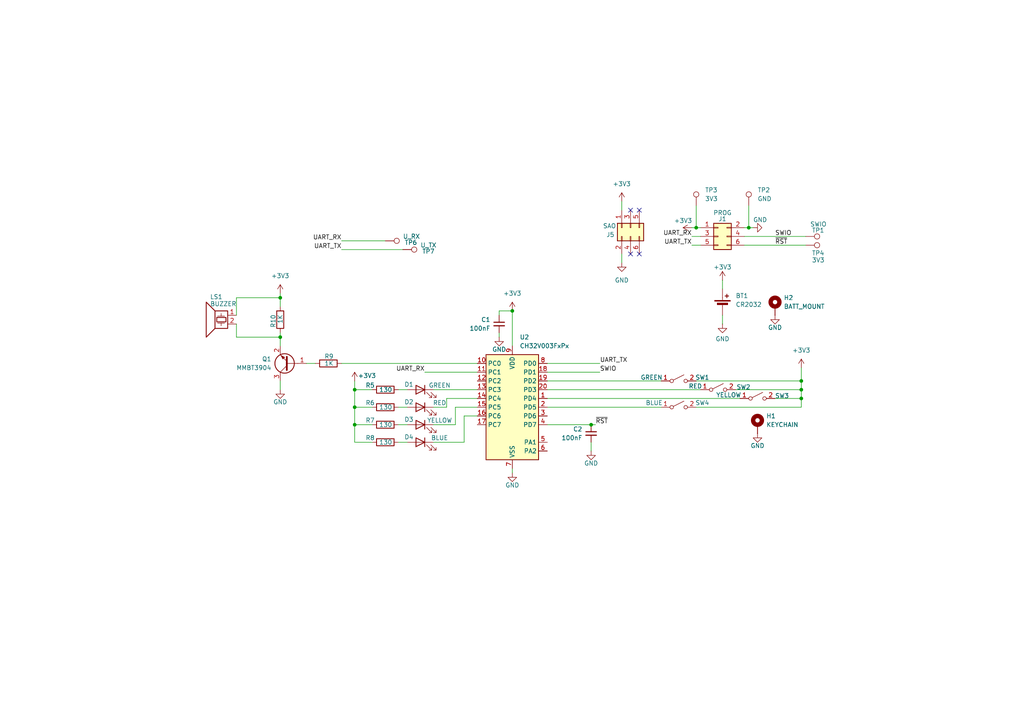
<source format=kicad_sch>
(kicad_sch (version 20250114) (generator "eeschema") (generator_version "9.0")
  (paper "A4")
  (lib_symbols
    (symbol "Connector:TestPoint" (pin_numbers (hide yes)) (pin_names (offset 0.762) (hide yes))
      (property "Reference" "TP" (at 0 6.858 0))
      (property "Value" "TestPoint" (at 0 5.08 0))
      (symbol "TestPoint_0_1"
        (circle (center 0 3.302) (radius 0.762))
      )
      (symbol "TestPoint_1_1"
        (pin passive line (at 0 0 90) (length 2.54) (name "1") (number "1"))
      )
    )
    (symbol "Connector_Generic:Conn_02x03_Odd_Even" (pin_names (offset 1.016) (hide yes))
      (property "Reference" "J" (at 1.27 5.08 0))
      (property "Value" "Conn_02x03_Odd_Even" (at 1.27 -5.08 0))
      (symbol "Conn_02x03_Odd_Even_1_1"
        (rectangle (start -1.27 3.81) (end 3.81 -3.81) (stroke (width 0.254)) (fill (type background)))
        (rectangle (start -1.27 2.667) (end 0 2.413) (stroke (width 0.1524)))
        (rectangle (start -1.27 0.127) (end 0 -0.127) (stroke (width 0.1524)))
        (rectangle (start -1.27 -2.413) (end 0 -2.667) (stroke (width 0.1524)))
        (rectangle (start 3.81 2.667) (end 2.54 2.413) (stroke (width 0.1524)))
        (rectangle (start 3.81 0.127) (end 2.54 -0.127) (stroke (width 0.1524)))
        (rectangle (start 3.81 -2.413) (end 2.54 -2.667) (stroke (width 0.1524)))
        (pin passive line (at -5.08 2.54 0) (length 3.81) (name "Pin_1") (number "1"))
        (pin passive line (at -5.08 0 0) (length 3.81) (name "Pin_3") (number "3"))
        (pin passive line (at -5.08 -2.54 0) (length 3.81) (name "Pin_5") (number "5"))
        (pin passive line (at 7.62 2.54 180) (length 3.81) (name "Pin_2") (number "2"))
        (pin passive line (at 7.62 0 180) (length 3.81) (name "Pin_4") (number "4"))
        (pin passive line (at 7.62 -2.54 180) (length 3.81) (name "Pin_6") (number "6"))
      )
    )
    (symbol "Device:Battery_Cell" (pin_numbers (hide yes)) (pin_names (offset 0) (hide yes))
      (property "Reference" "BT" (at 2.54 2.54 0))
      (property "Value" "Battery_Cell" (at 2.54 0 0))
      (symbol "Battery_Cell_0_1"
        (rectangle (start -2.286 1.778) (end 2.286 1.524) (fill (type outline)))
        (rectangle (start -1.524 1.016) (end 1.524 0.508) (fill (type outline)))
        (polyline (pts (xy 0 1.778) (xy 0 2.54)))
        (polyline (pts (xy 0 0.762) (xy 0 0)))
        (polyline (pts (xy 0.762 3.048) (xy 1.778 3.048)) (stroke (width 0.254)))
        (polyline (pts (xy 1.27 3.556) (xy 1.27 2.54)) (stroke (width 0.254)))
      )
      (symbol "Battery_Cell_1_1"
        (pin passive line (at 0 5.08 270) (length 2.54) (name "+") (number "1"))
        (pin passive line (at 0 -2.54 90) (length 2.54) (name "-") (number "2"))
      )
    )
    (symbol "Device:C_Small" (pin_numbers (hide yes)) (pin_names (offset 0.254) (hide yes))
      (property "Reference" "C" (at 0.254 1.778 0))
      (property "Value" "C_Small" (at 0.254 -2.032 0))
      (symbol "C_Small_0_1"
        (polyline (pts (xy -1.524 0.508) (xy 1.524 0.508)) (stroke (width 0.3048)))
        (polyline (pts (xy -1.524 -0.508) (xy 1.524 -0.508)) (stroke (width 0.3302)))
      )
      (symbol "C_Small_1_1"
        (pin passive line (at 0 2.54 270) (length 2.032) (name "~") (number "1"))
        (pin passive line (at 0 -2.54 90) (length 2.032) (name "~") (number "2"))
      )
    )
    (symbol "Device:LED" (pin_numbers (hide yes)) (pin_names (offset 1.016) (hide yes))
      (property "Reference" "D" (at 0 2.54 0))
      (property "Value" "LED" (at 0 -2.54 0))
      (symbol "LED_0_1"
        (polyline (pts (xy -3.048 -0.762) (xy -4.572 -2.286) (xy -3.81 -2.286) (xy -4.572 -2.286) (xy -4.572 -1.524)))
        (polyline (pts (xy -1.778 -0.762) (xy -3.302 -2.286) (xy -2.54 -2.286) (xy -3.302 -2.286) (xy -3.302 -1.524)))
        (polyline (pts (xy -1.27 0) (xy 1.27 0)))
        (polyline (pts (xy -1.27 -1.27) (xy -1.27 1.27)) (stroke (width 0.254)))
        (polyline (pts (xy 1.27 -1.27) (xy 1.27 1.27) (xy -1.27 0) (xy 1.27 -1.27)) (stroke (width 0.254)))
      )
      (symbol "LED_1_1"
        (pin passive line (at -3.81 0 0) (length 2.54) (name "K") (number "1"))
        (pin passive line (at 3.81 0 180) (length 2.54) (name "A") (number "2"))
      )
    )
    (symbol "Device:R" (pin_numbers (hide yes)) (pin_names (offset 0))
      (property "Reference" "R" (at 2.032 0 90))
      (property "Value" "R" (at 0 0 90))
      (symbol "R_0_1"
        (rectangle (start -1.016 -2.54) (end 1.016 2.54) (stroke (width 0.254)))
      )
      (symbol "R_1_1"
        (pin passive line (at 0 3.81 270) (length 1.27) (name "~") (number "1"))
        (pin passive line (at 0 -3.81 90) (length 1.27) (name "~") (number "2"))
      )
    )
    (symbol "Device:Speaker_Crystal" (pin_names (offset 0) (hide yes))
      (property "Reference" "LS" (at 0.635 5.715 0))
      (property "Value" "Speaker_Crystal" (at 0.635 3.81 0))
      (symbol "Speaker_Crystal_0_0"
        (rectangle (start -2.54 1.27) (end 1.143 -3.81) (stroke (width 0.254)))
        (rectangle (start -2.032 -0.635) (end 0.635 -1.905) (stroke (width 0.254)))
        (polyline (pts (xy -1.651 -0.254) (xy 0.381 -0.254)))
        (polyline (pts (xy -1.651 -2.286) (xy 0.381 -2.286)))
        (polyline (pts (xy -0.635 -0.254) (xy -0.635 0.508)))
        (polyline (pts (xy -0.635 -2.286) (xy -0.635 -3.048)))
        (polyline (pts (xy 1.143 1.27) (xy 3.683 3.81) (xy 3.683 -6.35) (xy 1.143 -3.81)) (stroke (width 0.254)))
      )
      (symbol "Speaker_Crystal_1_1"
        (pin input line (at -5.08 0 0) (length 2.54) (name "1") (number "1"))
        (pin input line (at -5.08 -2.54 0) (length 2.54) (name "2") (number "2"))
      )
    )
    (symbol "MCU_WCH_CH32V0:CH32V003FxPx"
      (property "Reference" "U" (at -7.62 17.78 0))
      (property "Value" "CH32V003FxPx" (at 7.62 17.78 0))
      (symbol "CH32V003FxPx_1_1"
        (rectangle (start -7.62 15.24) (end 7.62 -15.24) (stroke (width 0.254)) (fill (type background)))
        (pin bidirectional line (at -10.16 12.7 0) (length 2.54) (name "PC0") (number "10"))
        (pin bidirectional line (at -10.16 10.16 0) (length 2.54) (name "PC1") (number "11"))
        (pin bidirectional line (at -10.16 7.62 0) (length 2.54) (name "PC2") (number "12"))
        (pin bidirectional line (at -10.16 5.08 0) (length 2.54) (name "PC3") (number "13"))
        (pin bidirectional line (at -10.16 2.54 0) (length 2.54) (name "PC4") (number "14"))
        (pin bidirectional line (at -10.16 0 0) (length 2.54) (name "PC5") (number "15"))
        (pin bidirectional line (at -10.16 -2.54 0) (length 2.54) (name "PC6") (number "16"))
        (pin bidirectional line (at -10.16 -5.08 0) (length 2.54) (name "PC7") (number "17"))
        (pin power_in line (at 0 17.78 270) (length 2.54) (name "VDD") (number "9"))
        (pin power_in line (at 0 -17.78 90) (length 2.54) (name "VSS") (number "7"))
        (pin bidirectional line (at 10.16 12.7 180) (length 2.54) (name "PD0") (number "8"))
        (pin bidirectional line (at 10.16 10.16 180) (length 2.54) (name "PD1") (number "18"))
        (pin bidirectional line (at 10.16 7.62 180) (length 2.54) (name "PD2") (number "19"))
        (pin bidirectional line (at 10.16 5.08 180) (length 2.54) (name "PD3") (number "20"))
        (pin bidirectional line (at 10.16 2.54 180) (length 2.54) (name "PD4") (number "1"))
        (pin bidirectional line (at 10.16 0 180) (length 2.54) (name "PD5") (number "2"))
        (pin bidirectional line (at 10.16 -2.54 180) (length 2.54) (name "PD6") (number "3"))
        (pin bidirectional line (at 10.16 -5.08 180) (length 2.54) (name "PD7") (number "4"))
        (pin bidirectional line (at 10.16 -10.16 180) (length 2.54) (name "PA1") (number "5"))
        (pin bidirectional line (at 10.16 -12.7 180) (length 2.54) (name "PA2") (number "6"))
      )
    )
    (symbol "Mechanical:MountingHole_Pad_MP" (pin_numbers (hide yes)) (pin_names (offset 1.016) (hide yes)) (in_bom no)
      (property "Reference" "H" (at 0 6.35 0))
      (property "Value" "MountingHole_Pad_MP" (at 0 4.445 0))
      (symbol "MountingHole_Pad_MP_0_1"
        (circle (center 0 1.27) (radius 1.27) (stroke (width 1.27)))
      )
      (symbol "MountingHole_Pad_MP_1_1"
        (pin input line (at 0 -2.54 90) (length 2.54) (name "MP") (number "MP"))
      )
    )
    (symbol "Switch:SW_SPST" (pin_names (offset 0) (hide yes))
      (property "Reference" "SW" (at 0 3.175 0))
      (property "Value" "SW_SPST" (at 0 -2.54 0))
      (symbol "SW_SPST_0_0"
        (circle (center -2.032 0) (radius 0.508))
        (polyline (pts (xy -1.524 0.254) (xy 1.524 1.778)))
        (circle (center 2.032 0) (radius 0.508))
      )
      (symbol "SW_SPST_1_1"
        (pin passive line (at -5.08 0 0) (length 2.54) (name "A") (number "1"))
        (pin passive line (at 5.08 0 180) (length 2.54) (name "B") (number "2"))
      )
    )
    (symbol "Transistor_BJT:MMBT3904" (pin_names (offset 0) (hide yes))
      (property "Reference" "Q" (at 5.08 1.905 0))
      (property "Value" "MMBT3904" (at 5.08 0 0))
      (symbol "MMBT3904_0_1"
        (polyline (pts (xy -2.54 0) (xy 0.635 0)))
        (polyline (pts (xy 0.635 1.905) (xy 0.635 -1.905)) (stroke (width 0.508)))
        (circle (center 1.27 0) (radius 2.8194) (stroke (width 0.254)))
      )
      (symbol "MMBT3904_1_1"
        (polyline (pts (xy 0.635 0.635) (xy 2.54 2.54)))
        (polyline (pts (xy 0.635 -0.635) (xy 2.54 -2.54)))
        (polyline (pts (xy 1.27 -1.778) (xy 1.778 -1.27) (xy 2.286 -2.286) (xy 1.27 -1.778)) (fill (type outline)))
        (pin input line (at -5.08 0 0) (length 2.54) (name "B") (number "1"))
        (pin passive line (at 2.54 5.08 270) (length 2.54) (name "C") (number "3"))
        (pin passive line (at 2.54 -5.08 90) (length 2.54) (name "E") (number "2"))
      )
    )
    (symbol "power:+3V3" (power) (pin_numbers (hide yes)) (pin_names (offset 0) (hide yes))
      (property "Value" "+3V3" (at 0 3.556 0))
      (symbol "+3V3_0_1"
        (polyline (pts (xy -0.762 1.27) (xy 0 2.54)))
        (polyline (pts (xy 0 2.54) (xy 0.762 1.27)))
        (polyline (pts (xy 0 0) (xy 0 2.54)))
      )
      (symbol "+3V3_1_1"
        (pin power_in line (at 0 0 90) (length 0) (name "~") (number "1"))
      )
    )
    (symbol "power:GND" (power) (pin_numbers (hide yes)) (pin_names (offset 0) (hide yes))
      (property "Value" "GND" (at 0 -3.81 0))
      (symbol "GND_0_1"
        (polyline (pts (xy 0 0) (xy 0 -1.27) (xy 1.27 -1.27) (xy 0 -2.54) (xy -1.27 -1.27) (xy 0 -1.27)))
      )
      (symbol "GND_1_1"
        (pin power_in line (at 0 0 270) (length 0) (name "~") (number "1"))
      )
    )
  )
  (junction (at 81.28 86.36))
  (junction (at 148.59 90.17))
  (junction (at 232.41 115.57))
  (junction (at 81.28 97.79))
  (junction (at 102.87 123.19))
  (junction (at 102.87 118.11))
  (junction (at 201.93 66.04))
  (junction (at 217.17 66.04))
  (junction (at 232.41 110.49))
  (junction (at 232.41 113.03))
  (junction (at 171.45 123.19))
  (junction (at 102.87 113.03))
  (no_connect (at 185.42 60.96))
  (no_connect (at 182.88 60.96))
  (no_connect (at 182.88 73.66))
  (no_connect (at 185.42 73.66))
  (wire (pts (xy 232.41 115.57) (xy 232.41 118.11)))
  (wire (pts (xy 134.62 120.65) (xy 138.43 120.65)))
  (wire (pts (xy 102.87 123.19) (xy 107.95 123.19)))
  (wire (pts (xy 144.78 91.44) (xy 144.78 90.17)))
  (wire (pts (xy 171.45 128.27) (xy 171.45 130.81)))
  (wire (pts (xy 201.93 59.69) (xy 201.93 66.04)))
  (wire (pts (xy 102.87 113.03) (xy 107.95 113.03)))
  (wire (pts (xy 232.41 113.03) (xy 232.41 115.57)))
  (wire (pts (xy 99.06 72.39) (xy 116.84 72.39)))
  (wire (pts (xy 144.78 90.17) (xy 148.59 90.17)))
  (wire (pts (xy 129.54 115.57) (xy 138.43 115.57)))
  (wire (pts (xy 213.36 113.03) (xy 232.41 113.03)))
  (wire (pts (xy 218.44 66.04) (xy 217.17 66.04)))
  (wire (pts (xy 102.87 113.03) (xy 102.87 118.11)))
  (wire (pts (xy 200.66 71.12) (xy 203.2 71.12)))
  (wire (pts (xy 232.41 106.68) (xy 232.41 110.49)))
  (wire (pts (xy 148.59 135.89) (xy 148.59 137.16)))
  (wire (pts (xy 217.17 66.04) (xy 215.9 66.04)))
  (wire (pts (xy 144.78 96.52) (xy 144.78 97.79)))
  (wire (pts (xy 129.54 118.11) (xy 129.54 115.57)))
  (wire (pts (xy 201.93 110.49) (xy 232.41 110.49)))
  (wire (pts (xy 125.73 118.11) (xy 129.54 118.11)))
  (wire (pts (xy 180.34 58.42) (xy 180.34 60.96)))
  (wire (pts (xy 68.58 97.79) (xy 68.58 93.98)))
  (wire (pts (xy 232.41 110.49) (xy 232.41 113.03)))
  (wire (pts (xy 81.28 110.49) (xy 81.28 113.03)))
  (wire (pts (xy 171.45 123.19) (xy 172.72 123.19)))
  (wire (pts (xy 115.57 118.11) (xy 118.11 118.11)))
  (wire (pts (xy 201.93 118.11) (xy 232.41 118.11)))
  (wire (pts (xy 215.9 71.12) (xy 233.68 71.12)))
  (wire (pts (xy 215.9 68.58) (xy 233.68 68.58)))
  (wire (pts (xy 123.19 107.95) (xy 138.43 107.95)))
  (wire (pts (xy 68.58 86.36) (xy 68.58 91.44)))
  (wire (pts (xy 125.73 128.27) (xy 134.62 128.27)))
  (wire (pts (xy 203.2 66.04) (xy 201.93 66.04)))
  (wire (pts (xy 102.87 110.49) (xy 102.87 113.03)))
  (wire (pts (xy 180.34 73.66) (xy 180.34 76.2)))
  (wire (pts (xy 132.08 123.19) (xy 132.08 118.11)))
  (wire (pts (xy 102.87 123.19) (xy 102.87 128.27)))
  (wire (pts (xy 88.9 105.41) (xy 91.44 105.41)))
  (wire (pts (xy 115.57 128.27) (xy 118.11 128.27)))
  (wire (pts (xy 158.75 107.95) (xy 173.99 107.95)))
  (wire (pts (xy 102.87 118.11) (xy 107.95 118.11)))
  (wire (pts (xy 68.58 86.36) (xy 81.28 86.36)))
  (wire (pts (xy 81.28 97.79) (xy 81.28 100.33)))
  (wire (pts (xy 99.06 105.41) (xy 138.43 105.41)))
  (wire (pts (xy 115.57 123.19) (xy 118.11 123.19)))
  (wire (pts (xy 148.59 90.17) (xy 148.59 100.33)))
  (wire (pts (xy 200.66 68.58) (xy 203.2 68.58)))
  (wire (pts (xy 81.28 85.09) (xy 81.28 86.36)))
  (wire (pts (xy 158.75 113.03) (xy 203.2 113.03)))
  (wire (pts (xy 115.57 113.03) (xy 118.11 113.03)))
  (wire (pts (xy 68.58 97.79) (xy 81.28 97.79)))
  (wire (pts (xy 209.55 91.44) (xy 209.55 93.98)))
  (wire (pts (xy 134.62 128.27) (xy 134.62 120.65)))
  (wire (pts (xy 201.93 66.04) (xy 200.66 66.04)))
  (wire (pts (xy 125.73 123.19) (xy 132.08 123.19)))
  (wire (pts (xy 125.73 113.03) (xy 138.43 113.03)))
  (wire (pts (xy 158.75 115.57) (xy 214.63 115.57)))
  (wire (pts (xy 107.95 128.27) (xy 102.87 128.27)))
  (wire (pts (xy 209.55 81.28) (xy 209.55 83.82)))
  (wire (pts (xy 217.17 59.69) (xy 217.17 66.04)))
  (wire (pts (xy 81.28 86.36) (xy 81.28 88.9)))
  (wire (pts (xy 99.06 69.85) (xy 111.76 69.85)))
  (wire (pts (xy 81.28 96.52) (xy 81.28 97.79)))
  (wire (pts (xy 158.75 110.49) (xy 191.77 110.49)))
  (wire (pts (xy 158.75 123.19) (xy 171.45 123.19)))
  (wire (pts (xy 102.87 118.11) (xy 102.87 123.19)))
  (wire (pts (xy 132.08 118.11) (xy 138.43 118.11)))
  (wire (pts (xy 158.75 118.11) (xy 191.77 118.11)))
  (wire (pts (xy 173.99 105.41) (xy 158.75 105.41)))
  (wire (pts (xy 224.79 115.57) (xy 232.41 115.57)))
  (label "UART_TX" (at 99.06 72.39 180))
  (label "~{RST}" (at 224.79 71.12 0))
  (label "UART_RX" (at 99.06 69.85 180))
  (label "UART_RX" (at 200.66 68.58 180))
  (label "SWIO" (at 224.79 68.58 0))
  (label "SWIO" (at 173.99 107.95 0))
  (label "UART_TX" (at 200.66 71.12 180))
  (label "UART_TX" (at 173.99 105.41 0))
  (label "~{RST}" (at 172.72 123.19 0))
  (label "UART_RX" (at 123.19 107.95 180))
  (symbol (lib_id "Device:LED") (at 121.92 118.11 0) (mirror y) (unit 1)
    (property "Reference" "D2" (at 118.618 116.586 0))
    (property "Value" "RED" (at 127.508 116.84 0))
    (property "Footprint" "LED_SMD:LED_0805_2012Metric" (effects (hide yes)))
    (property "Datasheet" "C84256" (effects (hide yes)))
    (property "Description" "Light emitting diode" (effects (hide yes)))
    (property "Sim.Pins" "1=K 2=A" (effects (hide yes)))
  )
  (symbol (lib_id "Connector:TestPoint") (at 201.93 59.69 0) (unit 1)
    (property "Reference" "TP3" (at 204.47 55.1179 0) (effects (justify left)))
    (property "Value" "3V3" (at 204.47 57.6579 0) (effects (justify left)))
    (property "Footprint" "TestPoint:TestPoint_Pad_D1.5mm" (effects (hide yes)))
    (property "Description" "test point" (effects (hide yes)))
  )
  (symbol (lib_id "Device:C_Small") (at 171.45 125.73 0) (unit 1)
    (property "Reference" "C2" (at 168.91 124.4662 0) (effects (justify right)))
    (property "Value" "100nF" (at 168.91 127.0062 0) (effects (justify right)))
    (property "Footprint" "Capacitor_SMD:C_0402_1005Metric" (effects (hide yes)))
    (property "Datasheet" "C14663" (effects (hide yes)))
    (property "Description" "Unpolarized capacitor, small symbol" (effects (hide yes)))
  )
  (symbol (lib_id "power:GND") (at 144.78 97.79 0) (unit 1)
    (property "Reference" "#PWR02" (effects (hide yes)))
    (property "Value" "GND" (at 144.78 101.346 0))
    (property "Description" "Power symbol creates a global label with name \"GND\" , ground" (effects (hide yes)))
  )
  (symbol (lib_id "MCU_WCH_CH32V0:CH32V003FxPx") (at 148.59 118.11 0) (unit 1)
    (property "Reference" "U2" (at 150.7333 97.79 0) (effects (justify left)))
    (property "Value" "CH32V003FxPx" (at 150.7333 100.33 0) (effects (justify left)))
    (property "Footprint" "Package_SO:TSSOP-20_4.4x6.5mm_P0.65mm" (effects (hide yes)))
    (property "Datasheet" "C5187096" (effects (hide yes)))
    (property "Description" "CH32V003 series are industrial-grade general-purpose microcontrollers designed based on 32-bit RISC-V instruction set and architecture. It adopts QingKe V2A core, RV32EC instruction set, and supports 2 levels of interrupt nesting. The series are mounted with rich peripheral interfaces and function modules. Its internal organizational structure meets the low-cost and low-power embedded application scenarios." (effects (hide yes)))
  )
  (symbol (lib_id "power:+3V3") (at 209.55 81.28 0) (mirror y) (unit 1)
    (property "Reference" "#PWR014" (effects (hide yes)))
    (property "Value" "+3V3" (at 209.55 77.47 0))
    (property "Description" "Power symbol creates a global label with name \"+3V3\"" (effects (hide yes)))
  )
  (symbol (lib_id "Connector:TestPoint") (at 217.17 59.69 0) (unit 1)
    (property "Reference" "TP2" (at 219.71 55.1179 0) (effects (justify left)))
    (property "Value" "GND" (at 219.71 57.6579 0) (effects (justify left)))
    (property "Footprint" "TestPoint:TestPoint_Pad_D1.5mm" (effects (hide yes)))
    (property "Description" "test point" (effects (hide yes)))
  )
  (symbol (lib_id "Connector:TestPoint") (at 111.76 69.85 270) (unit 1)
    (property "Reference" "TP6" (at 117.348 70.358 90) (effects (justify left)))
    (property "Value" "U_RX" (at 116.84 68.58 90) (effects (justify left)))
    (property "Footprint" "TestPoint:TestPoint_Pad_D1.5mm" (effects (hide yes)))
    (property "Description" "test point" (effects (hide yes)))
  )
  (symbol (lib_id "power:+3V3") (at 148.59 90.17 0) (unit 1)
    (property "Reference" "#PWR01" (effects (hide yes)))
    (property "Value" "+3V3" (at 148.59 85.09 0))
    (property "Description" "Power symbol creates a global label with name \"+3V3\"" (effects (hide yes)))
  )
  (symbol (lib_id "Switch:SW_SPST") (at 208.28 113.03 0) (unit 1)
    (property "Reference" "SW2" (at 215.646 112.268 0))
    (property "Value" "RED" (at 201.676 112.014 0))
    (property "Footprint" "pawb_sao:SW_SPST_EVQP0" (effects (hide yes)))
    (property "Datasheet" "C83916" (effects (hide yes)))
    (property "Description" "Single Pole Single Throw (SPST) switch" (effects (hide yes)))
  )
  (symbol (lib_id "Device:R") (at 95.25 105.41 90) (unit 1)
    (property "Reference" "R9" (at 96.774 103.378 90) (effects (justify left)))
    (property "Value" "1K" (at 96.774 105.41 90) (effects (justify left)))
    (property "Footprint" "Resistor_SMD:R_0402_1005Metric" (effects (hide yes)))
    (property "Datasheet" "C11702" (effects (hide yes)))
    (property "Description" "Resistor" (effects (hide yes)))
  )
  (symbol (lib_id "power:GND") (at 81.28 113.03 0) (unit 1)
    (property "Reference" "#PWR08" (effects (hide yes)))
    (property "Value" "GND" (at 81.28 116.586 0))
    (property "Description" "Power symbol creates a global label with name \"GND\" , ground" (effects (hide yes)))
  )
  (symbol (lib_id "Device:LED") (at 121.92 113.03 0) (mirror y) (unit 1)
    (property "Reference" "D1" (at 118.618 111.506 0))
    (property "Value" "GREEN" (at 127.508 111.76 0))
    (property "Footprint" "LED_SMD:LED_0805_2012Metric" (effects (hide yes)))
    (property "Datasheet" "C2297" (effects (hide yes)))
    (property "Description" "Light emitting diode" (effects (hide yes)))
    (property "Sim.Pins" "1=K 2=A" (effects (hide yes)))
  )
  (symbol (lib_id "Device:LED") (at 121.92 123.19 0) (mirror y) (unit 1)
    (property "Reference" "D3" (at 118.618 121.666 0))
    (property "Value" "YELLOW" (at 127.508 121.92 0))
    (property "Footprint" "LED_SMD:LED_0805_2012Metric" (effects (hide yes)))
    (property "Datasheet" "C2296" (effects (hide yes)))
    (property "Description" "Light emitting diode" (effects (hide yes)))
    (property "Sim.Pins" "1=K 2=A" (effects (hide yes)))
  )
  (symbol (lib_id "Device:R") (at 111.76 118.11 90) (unit 1)
    (property "Reference" "R6" (at 108.712 116.84 90) (effects (justify left)))
    (property "Value" "130" (at 113.792 118.11 90) (effects (justify left)))
    (property "Footprint" "Resistor_SMD:R_0603_1608Metric" (effects (hide yes)))
    (property "Datasheet" "C22808" (effects (hide yes)))
    (property "Description" "Resistor" (effects (hide yes)))
  )
  (symbol (lib_id "power:+3V3") (at 180.34 58.42 0) (unit 1)
    (property "Reference" "#PWR09" (effects (hide yes)))
    (property "Value" "+3V3" (at 180.34 53.34 0))
    (property "Description" "Power symbol creates a global label with name \"+3V3\"" (effects (hide yes)))
  )
  (symbol (lib_id "Switch:SW_SPST") (at 196.85 118.11 0) (unit 1)
    (property "Reference" "SW4" (at 203.708 116.84 0))
    (property "Value" "BLUE" (at 189.738 116.84 0))
    (property "Footprint" "pawb_sao:SW_SPST_EVQP0" (effects (hide yes)))
    (property "Datasheet" "C83916" (effects (hide yes)))
    (property "Description" "Single Pole Single Throw (SPST) switch" (effects (hide yes)))
  )
  (symbol (lib_id "power:GND") (at 218.44 66.04 90) (unit 1)
    (property "Reference" "#PWR011" (effects (hide yes)))
    (property "Value" "GND" (at 220.472 63.754 90))
    (property "Description" "Power symbol creates a global label with name \"GND\" , ground" (effects (hide yes)))
  )
  (symbol (lib_id "power:GND") (at 209.55 93.98 0) (unit 1)
    (property "Reference" "#PWR015" (effects (hide yes)))
    (property "Value" "GND" (at 209.55 98.298 0))
    (property "Description" "Power symbol creates a global label with name \"GND\" , ground" (effects (hide yes)))
  )
  (symbol (lib_id "power:GND") (at 219.71 125.73 0) (unit 1)
    (property "Reference" "#PWR05" (effects (hide yes)))
    (property "Value" "GND" (at 219.71 129.286 0))
    (property "Description" "Power symbol creates a global label with name \"GND\" , ground" (effects (hide yes)))
  )
  (symbol (lib_id "Connector:TestPoint") (at 116.84 72.39 270) (unit 1)
    (property "Reference" "TP7" (at 122.428 72.898 90) (effects (justify left)))
    (property "Value" "U_TX" (at 121.92 71.12 90) (effects (justify left)))
    (property "Footprint" "TestPoint:TestPoint_Pad_D1.5mm" (effects (hide yes)))
    (property "Description" "test point" (effects (hide yes)))
  )
  (symbol (lib_id "Device:R") (at 111.76 123.19 90) (unit 1)
    (property "Reference" "R7" (at 108.712 121.92 90) (effects (justify left)))
    (property "Value" "130" (at 113.792 123.19 90) (effects (justify left)))
    (property "Footprint" "Resistor_SMD:R_0603_1608Metric" (effects (hide yes)))
    (property "Datasheet" "C22808" (effects (hide yes)))
    (property "Description" "Resistor" (effects (hide yes)))
  )
  (symbol (lib_id "Mechanical:MountingHole_Pad_MP") (at 224.79 88.9 0) (unit 1) (in_bom no)
    (property "Reference" "H2" (at 227.33 86.3599 0) (effects (justify left)))
    (property "Value" "BATT_MOUNT" (at 227.33 88.8999 0) (effects (justify left)))
    (property "Footprint" "MountingHole:MountingHole_2.2mm_M2" (effects (hide yes)))
    (property "Description" "Mounting Hole with connection as pad named MP" (effects (hide yes)))
  )
  (symbol (lib_id "Device:Speaker_Crystal") (at 63.5 91.44 0) (mirror y) (unit 1)
    (property "Reference" "LS1" (at 62.738 86.106 0))
    (property "Value" "BUZZER" (at 64.77 88.138 0))
    (property "Footprint" "pawb_sao:FUET-9018" (effects (hide yes)))
    (property "Datasheet" "https://jlcpcb.com/partdetail/FUET-FUET9018/C391035" (effects (hide yes)))
    (property "Description" "Crystal speaker/transducer" (effects (hide yes)))
  )
  (symbol (lib_id "power:+3V3") (at 81.28 85.09 0) (unit 1)
    (property "Reference" "#PWR07" (effects (hide yes)))
    (property "Value" "+3V3" (at 81.28 80.01 0))
    (property "Description" "Power symbol creates a global label with name \"+3V3\"" (effects (hide yes)))
  )
  (symbol (lib_id "power:+3V3") (at 200.66 66.04 90) (mirror x) (unit 1)
    (property "Reference" "#PWR010" (effects (hide yes)))
    (property "Value" "+3V3" (at 198.12 64.008 90))
    (property "Description" "Power symbol creates a global label with name \"+3V3\"" (effects (hide yes)))
  )
  (symbol (lib_id "power:GND") (at 171.45 130.81 0) (unit 1)
    (property "Reference" "#PWR013" (effects (hide yes)))
    (property "Value" "GND" (at 171.45 134.366 0))
    (property "Description" "Power symbol creates a global label with name \"GND\" , ground" (effects (hide yes)))
  )
  (symbol (lib_id "Device:C_Small") (at 144.78 93.98 0) (unit 1)
    (property "Reference" "C1" (at 142.24 92.7162 0) (effects (justify right)))
    (property "Value" "100nF" (at 142.24 95.2562 0) (effects (justify right)))
    (property "Footprint" "Capacitor_SMD:C_0402_1005Metric" (effects (hide yes)))
    (property "Datasheet" "C14663" (effects (hide yes)))
    (property "Description" "Unpolarized capacitor, small symbol" (effects (hide yes)))
  )
  (symbol (lib_id "Connector:TestPoint") (at 233.68 68.58 270) (unit 1)
    (property "Reference" "TP1" (at 235.458 66.802 90) (effects (justify left)))
    (property "Value" "SWIO" (at 234.95 65.024 90) (effects (justify left)))
    (property "Footprint" "TestPoint:TestPoint_Pad_D1.5mm" (effects (hide yes)))
    (property "Description" "test point" (effects (hide yes)))
  )
  (symbol (lib_id "power:GND") (at 224.79 91.44 0) (unit 1)
    (property "Reference" "#PWR016" (effects (hide yes)))
    (property "Value" "GND" (at 224.79 94.996 0))
    (property "Description" "Power symbol creates a global label with name \"GND\" , ground" (effects (hide yes)))
  )
  (symbol (lib_id "Device:R") (at 111.76 113.03 90) (unit 1)
    (property "Reference" "R5" (at 108.712 111.76 90) (effects (justify left)))
    (property "Value" "130" (at 113.792 113.03 90) (effects (justify left)))
    (property "Footprint" "Resistor_SMD:R_0603_1608Metric" (effects (hide yes)))
    (property "Datasheet" "C22808" (effects (hide yes)))
    (property "Description" "Resistor" (effects (hide yes)))
  )
  (symbol (lib_id "power:GND") (at 180.34 76.2 0) (mirror y) (unit 1)
    (property "Reference" "#PWR012" (effects (hide yes)))
    (property "Value" "GND" (at 180.34 81.28 0))
    (property "Description" "Power symbol creates a global label with name \"GND\" , ground" (effects (hide yes)))
  )
  (symbol (lib_id "Device:Battery_Cell") (at 209.55 88.9 0) (unit 1)
    (property "Reference" "BT1" (at 213.36 85.7884 0) (effects (justify left)))
    (property "Value" "CR2032" (at 213.36 88.3284 0) (effects (justify left)))
    (property "Footprint" "pawb_sao:BH-25C-1_ADM_EZ" (effects (hide yes)))
    (property "Description" "Single-cell battery" (effects (hide yes)))
  )
  (symbol (lib_id "Switch:SW_SPST") (at 219.71 115.57 0) (unit 1)
    (property "Reference" "SW3" (at 226.822 114.808 0))
    (property "Value" "YELLOW" (at 211.328 114.554 0))
    (property "Footprint" "pawb_sao:SW_SPST_EVQP0" (effects (hide yes)))
    (property "Datasheet" "C83916" (effects (hide yes)))
    (property "Description" "Single Pole Single Throw (SPST) switch" (effects (hide yes)))
  )
  (symbol (lib_id "Transistor_BJT:MMBT3904") (at 83.82 105.41 180) (unit 1)
    (property "Reference" "Q1" (at 78.74 104.1399 0) (effects (justify left)))
    (property "Value" "MMBT3904" (at 78.74 106.6799 0) (effects (justify left)))
    (property "Footprint" "Package_TO_SOT_SMD:SOT-23" (effects (hide yes)))
    (property "Datasheet" "C20526" (effects (hide yes)))
    (property "Description" "0.2A Ic, 40V Vce, Small Signal NPN Transistor, SOT-23" (effects (hide yes)))
  )
  (symbol (lib_id "Mechanical:MountingHole_Pad_MP") (at 219.71 123.19 0) (unit 1) (in_bom no)
    (property "Reference" "H1" (at 222.25 120.6499 0) (effects (justify left)))
    (property "Value" "KEYCHAIN" (at 222.25 123.1899 0) (effects (justify left)))
    (property "Footprint" "MountingHole:MountingHole_3.2mm_M3_Pad_Via" (effects (hide yes)))
    (property "Description" "Mounting Hole with connection as pad named MP" (effects (hide yes)))
  )
  (symbol (lib_id "power:GND") (at 148.59 137.16 0) (unit 1)
    (property "Reference" "#PWR03" (effects (hide yes)))
    (property "Value" "GND" (at 148.59 140.716 0))
    (property "Description" "Power symbol creates a global label with name \"GND\" , ground" (effects (hide yes)))
  )
  (symbol (lib_id "Device:LED") (at 121.92 128.27 0) (mirror y) (unit 1)
    (property "Reference" "D4" (at 118.618 126.746 0))
    (property "Value" "BLUE" (at 127.508 127 0))
    (property "Footprint" "LED_SMD:LED_0805_2012Metric" (effects (hide yes)))
    (property "Datasheet" "C19273154" (effects (hide yes)))
    (property "Description" "Light emitting diode" (effects (hide yes)))
    (property "Sim.Pins" "1=K 2=A" (effects (hide yes)))
  )
  (symbol (lib_id "Connector_Generic:Conn_02x03_Odd_Even") (at 182.88 66.04 90) (mirror x) (unit 1)
    (property "Reference" "J5" (at 177.038 68.072 90))
    (property "Value" "SAO" (at 176.784 65.532 90))
    (property "Footprint" "Connector_PinHeader_2.54mm:PinHeader_2x03_P2.54mm_Vertical" (effects (hide yes)))
    (property "Description" "Generic connector, double row, 02x03, odd/even pin numbering scheme (row 1 odd numbers, row 2 even numbers), script generated (kicad-library-utils/schlib/autogen/connector/)" (effects (hide yes)))
  )
  (symbol (lib_id "power:+3V3") (at 102.87 110.49 0) (unit 1)
    (property "Reference" "#PWR06" (effects (hide yes)))
    (property "Value" "+3V3" (at 106.426 108.966 0))
    (property "Description" "Power symbol creates a global label with name \"+3V3\"" (effects (hide yes)))
  )
  (symbol (lib_id "Connector:TestPoint") (at 233.68 71.12 270) (unit 1)
    (property "Reference" "TP4" (at 235.458 73.406 90) (effects (justify left)))
    (property "Value" "3V3" (at 235.458 75.438 90) (effects (justify left)))
    (property "Footprint" "TestPoint:TestPoint_Pad_D1.5mm" (effects (hide yes)))
    (property "Description" "test point" (effects (hide yes)))
  )
  (symbol (lib_id "Device:R") (at 111.76 128.27 90) (unit 1)
    (property "Reference" "R8" (at 108.712 127 90) (effects (justify left)))
    (property "Value" "130" (at 113.792 128.27 90) (effects (justify left)))
    (property "Footprint" "Resistor_SMD:R_0603_1608Metric" (effects (hide yes)))
    (property "Datasheet" "C22808" (effects (hide yes)))
    (property "Description" "Resistor" (effects (hide yes)))
  )
  (symbol (lib_id "Device:R") (at 81.28 92.71 180) (unit 1)
    (property "Reference" "R10" (at 79.248 91.186 90) (effects (justify left)))
    (property "Value" "1K" (at 81.28 91.186 90) (effects (justify left)))
    (property "Footprint" "Resistor_SMD:R_0402_1005Metric" (effects (hide yes)))
    (property "Datasheet" "C11702" (effects (hide yes)))
    (property "Description" "Resistor" (effects (hide yes)))
  )
  (symbol (lib_id "Connector_Generic:Conn_02x03_Odd_Even") (at 208.28 68.58 0) (unit 1)
    (property "Reference" "J1" (at 209.55 63.5 0))
    (property "Value" "PROG" (at 209.55 61.722 0))
    (property "Footprint" "pawb_sao:Paw-Connect_RevB_TC2030-IDC-NL_2x03_P1.27mm_Vertical" (effects (hide yes)))
    (property "Description" "Generic connector, double row, 02x03, odd/even pin numbering scheme (row 1 odd numbers, row 2 even numbers), script generated (kicad-library-utils/schlib/autogen/connector/)" (effects (hide yes)))
  )
  (symbol (lib_id "power:+3V3") (at 232.41 106.68 0) (unit 1)
    (property "Reference" "#PWR04" (effects (hide yes)))
    (property "Value" "+3V3" (at 232.41 101.6 0))
    (property "Description" "Power symbol creates a global label with name \"+3V3\"" (effects (hide yes)))
  )
  (symbol (lib_id "Switch:SW_SPST") (at 196.85 110.49 0) (unit 1)
    (property "Reference" "SW1" (at 203.708 109.474 0))
    (property "Value" "GREEN" (at 188.976 109.474 0))
    (property "Footprint" "pawb_sao:SW_SPST_EVQP0" (effects (hide yes)))
    (property "Datasheet" "C83916" (effects (hide yes)))
    (property "Description" "Single Pole Single Throw (SPST) switch" (effects (hide yes)))
  )
)
</source>
